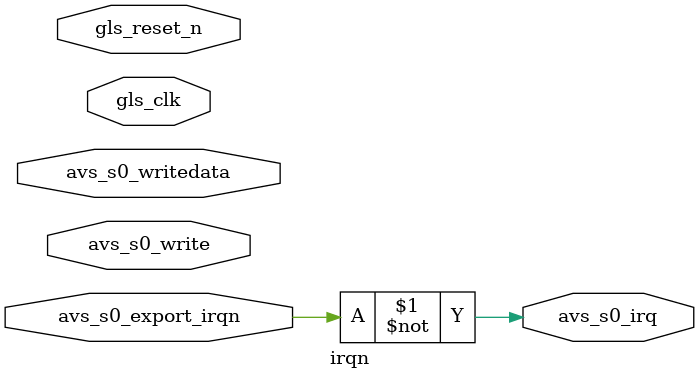
<source format=v>
module irqn (/*AUTOARG*/
   // Outputs
   avs_s0_irq,
   // Inputs
   avs_s0_export_irqn, gls_clk, gls_reset_n, avs_s0_write,
   avs_s0_writedata
   );
   input avs_s0_export_irqn;
   input gls_clk;   
   input gls_reset_n;   
   input avs_s0_write;
   input [0:0] avs_s0_writedata;
   output avs_s0_irq;

   assign avs_s0_irq = ~avs_s0_export_irqn;

endmodule

</source>
